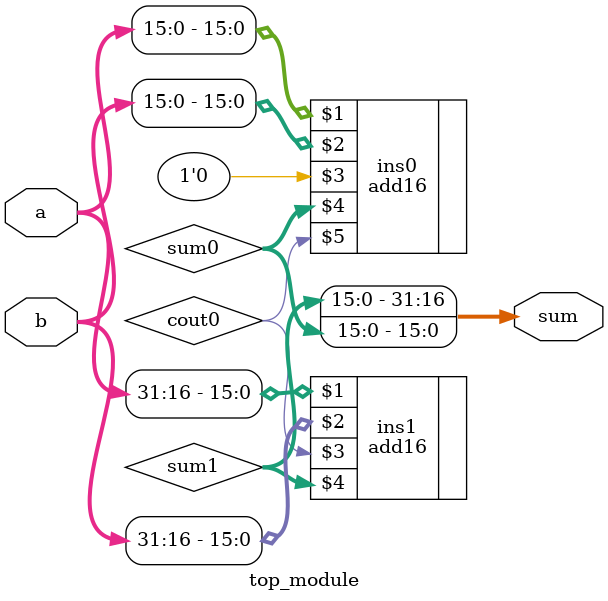
<source format=v>
module top_module(
    input [31:0] a,
    input [31:0] b,
    output [31:0] sum
);
    wire [15:0] sum0,sum1;
    wire cout0;
    
    add16 ins0(a[15:0],b[15:0],1'b0,sum0,cout0);
    add16 ins1(a[31:16],b[31:16],cout0,sum1);
    assign sum={sum1,sum0};

endmodule

</source>
